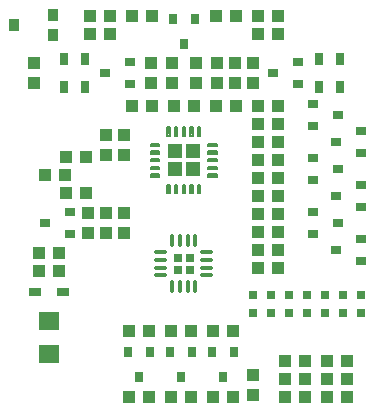
<source format=gbr>
G04 EAGLE Gerber RS-274X export*
G75*
%MOMM*%
%FSLAX34Y34*%
%LPD*%
%INGPT*%
%IPPOS*%
%AMOC8*
5,1,8,0,0,1.08239X$1,22.5*%
G01*
%ADD10R,1.100000X1.000000*%
%ADD11R,1.000000X1.100000*%
%ADD12R,0.900000X1.000000*%
%ADD13R,0.900000X1.100000*%
%ADD14R,0.800000X0.900000*%
%ADD15R,0.900000X0.800000*%
%ADD16R,0.800000X0.800000*%
%ADD17R,1.000000X0.800000*%
%ADD18R,0.800000X1.000000*%
%ADD19C,0.200000*%
%ADD20R,1.200000X1.200000*%
%ADD21C,0.250000*%
%ADD22C,0.300000*%
%ADD23R,1.800000X1.600000*%


D10*
X44060Y121920D03*
X27060Y121920D03*
X-122800Y-78740D03*
X-105800Y-78740D03*
D11*
X-66040Y-44840D03*
X-66040Y-61840D03*
D10*
X-122800Y-93980D03*
X-105800Y-93980D03*
D11*
X-81280Y-44840D03*
X-81280Y-61840D03*
D10*
X8500Y45720D03*
X-8500Y45720D03*
X-44060Y121920D03*
X-27060Y121920D03*
D11*
X43180Y82160D03*
X43180Y65160D03*
D12*
X-110500Y105800D03*
D13*
X-143500Y114300D03*
D12*
X-110500Y122800D03*
D14*
X42520Y-162720D03*
X23520Y-162720D03*
X33020Y-183720D03*
X6960Y-162720D03*
X-12040Y-162720D03*
X-2540Y-183720D03*
D11*
X-127000Y65160D03*
X-127000Y82160D03*
X58420Y82160D03*
X58420Y65160D03*
X27940Y65160D03*
X27940Y82160D03*
X-27940Y65160D03*
X-27940Y82160D03*
X10160Y82160D03*
X10160Y65160D03*
X-10160Y82160D03*
X-10160Y65160D03*
D15*
X96360Y64160D03*
X96360Y83160D03*
X75360Y73660D03*
X-45880Y64160D03*
X-45880Y83160D03*
X-66880Y73660D03*
D10*
X44060Y45720D03*
X27060Y45720D03*
X-27060Y45720D03*
X-44060Y45720D03*
X-62620Y106680D03*
X-79620Y106680D03*
X-79620Y121920D03*
X-62620Y121920D03*
X62620Y106680D03*
X79620Y106680D03*
X79620Y121920D03*
X62620Y121920D03*
D16*
X119380Y-114420D03*
X119380Y-129420D03*
D15*
X149700Y-85700D03*
X149700Y-66700D03*
X128700Y-76200D03*
D10*
X138040Y-170180D03*
X121040Y-170180D03*
D16*
X73660Y-114420D03*
X73660Y-129420D03*
D15*
X109380Y1880D03*
X109380Y-17120D03*
X130380Y-7620D03*
D10*
X85480Y-200660D03*
X102480Y-200660D03*
D16*
X104140Y-114420D03*
X104140Y-129420D03*
D15*
X109380Y-43840D03*
X109380Y-62840D03*
X130380Y-53340D03*
D10*
X85480Y-170180D03*
X102480Y-170180D03*
D16*
X88900Y-114420D03*
X88900Y-129420D03*
D15*
X149700Y-39980D03*
X149700Y-20980D03*
X128700Y-30480D03*
D10*
X85480Y-185420D03*
X102480Y-185420D03*
X24520Y-144780D03*
X41520Y-144780D03*
X-11040Y-144780D03*
X5960Y-144780D03*
X41520Y-200660D03*
X24520Y-200660D03*
X5960Y-200660D03*
X-11040Y-200660D03*
D17*
X-126300Y-111760D03*
X-102300Y-111760D03*
D18*
X132080Y85660D03*
X132080Y61660D03*
X114300Y61660D03*
X114300Y85660D03*
X-101600Y85660D03*
X-101600Y61660D03*
X-83820Y61660D03*
X-83820Y85660D03*
D14*
X9500Y119220D03*
X-9500Y119220D03*
X0Y98220D03*
D10*
X-99940Y2540D03*
X-82940Y2540D03*
X-100720Y-12700D03*
X-117720Y-12700D03*
D11*
X-66040Y4200D03*
X-66040Y21200D03*
D10*
X-82940Y-27940D03*
X-99940Y-27940D03*
D11*
X-50800Y4200D03*
X-50800Y21200D03*
D15*
X-96680Y-62840D03*
X-96680Y-43840D03*
X-117680Y-53340D03*
D10*
X62620Y30480D03*
X79620Y30480D03*
X62620Y45720D03*
X79620Y45720D03*
X62620Y-30480D03*
X79620Y-30480D03*
X62620Y-15240D03*
X79620Y-15240D03*
X62620Y0D03*
X79620Y0D03*
X62620Y15240D03*
X79620Y15240D03*
D16*
X134620Y-114420D03*
X134620Y-129420D03*
D15*
X109380Y47600D03*
X109380Y28600D03*
X130380Y38100D03*
D10*
X138040Y-185420D03*
X121040Y-185420D03*
D16*
X149860Y-114420D03*
X149860Y-129420D03*
D15*
X149700Y5740D03*
X149700Y24740D03*
X128700Y15240D03*
D10*
X138040Y-200660D03*
X121040Y-200660D03*
D14*
X-28600Y-162720D03*
X-47600Y-162720D03*
X-38100Y-183720D03*
D10*
X-46600Y-144780D03*
X-29600Y-144780D03*
X-29600Y-200660D03*
X-46600Y-200660D03*
X62620Y-60960D03*
X79620Y-60960D03*
X62620Y-45720D03*
X79620Y-45720D03*
X62620Y-76200D03*
X79620Y-76200D03*
D19*
X12000Y20750D02*
X12000Y28000D01*
X14000Y28000D01*
X14000Y20750D01*
X12000Y20750D01*
X12000Y22650D02*
X14000Y22650D01*
X14000Y24550D02*
X12000Y24550D01*
X12000Y26450D02*
X14000Y26450D01*
X5500Y28000D02*
X5500Y20750D01*
X5500Y28000D02*
X7500Y28000D01*
X7500Y20750D01*
X5500Y20750D01*
X5500Y22650D02*
X7500Y22650D01*
X7500Y24550D02*
X5500Y24550D01*
X5500Y26450D02*
X7500Y26450D01*
X-1000Y28000D02*
X-1000Y20750D01*
X-1000Y28000D02*
X1000Y28000D01*
X1000Y20750D01*
X-1000Y20750D01*
X-1000Y22650D02*
X1000Y22650D01*
X1000Y24550D02*
X-1000Y24550D01*
X-1000Y26450D02*
X1000Y26450D01*
X-7500Y28000D02*
X-7500Y20750D01*
X-7500Y28000D02*
X-5500Y28000D01*
X-5500Y20750D01*
X-7500Y20750D01*
X-7500Y22650D02*
X-5500Y22650D01*
X-5500Y24550D02*
X-7500Y24550D01*
X-7500Y26450D02*
X-5500Y26450D01*
X-14000Y28000D02*
X-14000Y20750D01*
X-14000Y28000D02*
X-12000Y28000D01*
X-12000Y20750D01*
X-14000Y20750D01*
X-14000Y22650D02*
X-12000Y22650D01*
X-12000Y24550D02*
X-14000Y24550D01*
X-14000Y26450D02*
X-12000Y26450D01*
X-20750Y12000D02*
X-28000Y12000D01*
X-28000Y14000D01*
X-20750Y14000D01*
X-20750Y12000D01*
X-20750Y13900D02*
X-28000Y13900D01*
X-28000Y5500D02*
X-20750Y5500D01*
X-28000Y5500D02*
X-28000Y7500D01*
X-20750Y7500D01*
X-20750Y5500D01*
X-20750Y7400D02*
X-28000Y7400D01*
X-28000Y-1000D02*
X-20750Y-1000D01*
X-28000Y-1000D02*
X-28000Y1000D01*
X-20750Y1000D01*
X-20750Y-1000D01*
X-20750Y900D02*
X-28000Y900D01*
X-28000Y-7500D02*
X-20750Y-7500D01*
X-28000Y-7500D02*
X-28000Y-5500D01*
X-20750Y-5500D01*
X-20750Y-7500D01*
X-20750Y-5600D02*
X-28000Y-5600D01*
X-28000Y-14000D02*
X-20750Y-14000D01*
X-28000Y-14000D02*
X-28000Y-12000D01*
X-20750Y-12000D01*
X-20750Y-14000D01*
X-20750Y-12100D02*
X-28000Y-12100D01*
X-12000Y-20750D02*
X-12000Y-28000D01*
X-14000Y-28000D01*
X-14000Y-20750D01*
X-12000Y-20750D01*
X-12000Y-26100D02*
X-14000Y-26100D01*
X-14000Y-24200D02*
X-12000Y-24200D01*
X-12000Y-22300D02*
X-14000Y-22300D01*
X-5500Y-20750D02*
X-5500Y-28000D01*
X-7500Y-28000D01*
X-7500Y-20750D01*
X-5500Y-20750D01*
X-5500Y-26100D02*
X-7500Y-26100D01*
X-7500Y-24200D02*
X-5500Y-24200D01*
X-5500Y-22300D02*
X-7500Y-22300D01*
X1000Y-20750D02*
X1000Y-28000D01*
X-1000Y-28000D01*
X-1000Y-20750D01*
X1000Y-20750D01*
X1000Y-26100D02*
X-1000Y-26100D01*
X-1000Y-24200D02*
X1000Y-24200D01*
X1000Y-22300D02*
X-1000Y-22300D01*
X7500Y-20750D02*
X7500Y-28000D01*
X5500Y-28000D01*
X5500Y-20750D01*
X7500Y-20750D01*
X7500Y-26100D02*
X5500Y-26100D01*
X5500Y-24200D02*
X7500Y-24200D01*
X7500Y-22300D02*
X5500Y-22300D01*
X14000Y-20750D02*
X14000Y-28000D01*
X12000Y-28000D01*
X12000Y-20750D01*
X14000Y-20750D01*
X14000Y-26100D02*
X12000Y-26100D01*
X12000Y-24200D02*
X14000Y-24200D01*
X14000Y-22300D02*
X12000Y-22300D01*
X20750Y-12000D02*
X28000Y-12000D01*
X28000Y-14000D01*
X20750Y-14000D01*
X20750Y-12000D01*
X20750Y-12100D02*
X28000Y-12100D01*
X28000Y-5500D02*
X20750Y-5500D01*
X28000Y-5500D02*
X28000Y-7500D01*
X20750Y-7500D01*
X20750Y-5500D01*
X20750Y-5600D02*
X28000Y-5600D01*
X28000Y1000D02*
X20750Y1000D01*
X28000Y1000D02*
X28000Y-1000D01*
X20750Y-1000D01*
X20750Y1000D01*
X20750Y900D02*
X28000Y900D01*
X28000Y7500D02*
X20750Y7500D01*
X28000Y7500D02*
X28000Y5500D01*
X20750Y5500D01*
X20750Y7500D01*
X20750Y7400D02*
X28000Y7400D01*
X28000Y14000D02*
X20750Y14000D01*
X28000Y14000D02*
X28000Y12000D01*
X20750Y12000D01*
X20750Y14000D01*
X20750Y13900D02*
X28000Y13900D01*
D20*
X7500Y7500D03*
X7500Y-7500D03*
X-7500Y7500D03*
X-7500Y-7500D03*
D11*
X-50800Y-61840D03*
X-50800Y-44840D03*
D21*
X9750Y-64130D02*
X9750Y-72130D01*
X3250Y-72130D02*
X3250Y-64130D01*
X-3250Y-64130D02*
X-3250Y-72130D01*
X-9750Y-72130D02*
X-9750Y-64130D01*
X-15500Y-77880D02*
X-23500Y-77880D01*
X-23500Y-84380D02*
X-15500Y-84380D01*
X-15500Y-90880D02*
X-23500Y-90880D01*
X-23500Y-97380D02*
X-15500Y-97380D01*
X9750Y-103130D02*
X9750Y-111130D01*
X3250Y-111130D02*
X3250Y-103130D01*
X-3250Y-103130D02*
X-3250Y-111130D01*
X-9750Y-111130D02*
X-9750Y-103130D01*
X15500Y-77880D02*
X23500Y-77880D01*
X23500Y-84380D02*
X15500Y-84380D01*
X15500Y-90880D02*
X23500Y-90880D01*
X23500Y-97380D02*
X15500Y-97380D01*
D22*
X9750Y-72130D02*
X9750Y-64130D01*
X3250Y-64130D02*
X3250Y-72130D01*
X-3250Y-72130D02*
X-3250Y-64130D01*
X-9750Y-64130D02*
X-9750Y-72130D01*
X-15500Y-77880D02*
X-23500Y-77880D01*
X-23500Y-84380D02*
X-15500Y-84380D01*
X-15500Y-90880D02*
X-23500Y-90880D01*
X-23500Y-97380D02*
X-15500Y-97380D01*
X-9750Y-103130D02*
X-9750Y-111130D01*
X-3250Y-111130D02*
X-3250Y-103130D01*
X3250Y-103130D02*
X3250Y-111130D01*
X9750Y-111130D02*
X9750Y-103130D01*
X15500Y-97380D02*
X23500Y-97380D01*
X23500Y-90880D02*
X15500Y-90880D01*
X15500Y-84380D02*
X23500Y-84380D01*
X23500Y-77880D02*
X15500Y-77880D01*
D16*
X5000Y-82630D03*
X5000Y-92630D03*
X-5000Y-82630D03*
X-5000Y-92630D03*
D23*
X-114300Y-135860D03*
X-114300Y-163860D03*
D11*
X58420Y-182000D03*
X58420Y-199000D03*
D16*
X58420Y-114420D03*
X58420Y-129420D03*
D10*
X62620Y-91440D03*
X79620Y-91440D03*
M02*

</source>
